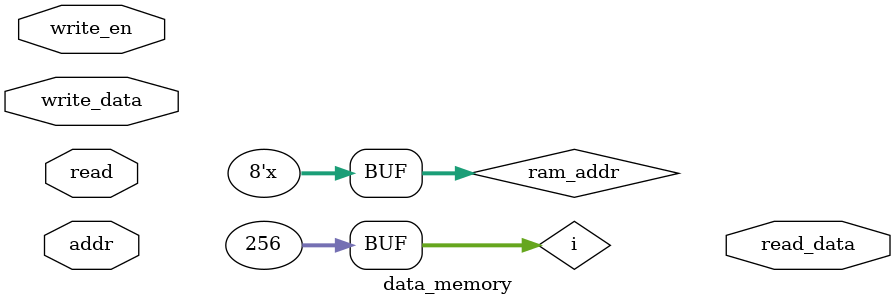
<source format=v>
module data_memory  
 (    
      input  [31:0]  addr,   
      input  [31:0]  write_data,  
      input          write_en,  
      input          read,  
      output [31:0]  read_data  
 );  
      integer i;  
      reg [15:0] ram [255:0];  
      wire [7 : 0] ram_addr = mem_access_addr[8 : 1];  
      initial begin  
           for(i=0;i<256;i=i+1)  
                ram[i] <= 16'd0;  
      end  
      always @(posedge clk) begin  
           if (mem_write_en)  
                ram[ram_addr] <= mem_write_data;  
      end  
      assign mem_read_data = (mem_read==1'b1) ? ram[ram_addr]: 16'd0;   
 endmodule   
</source>
